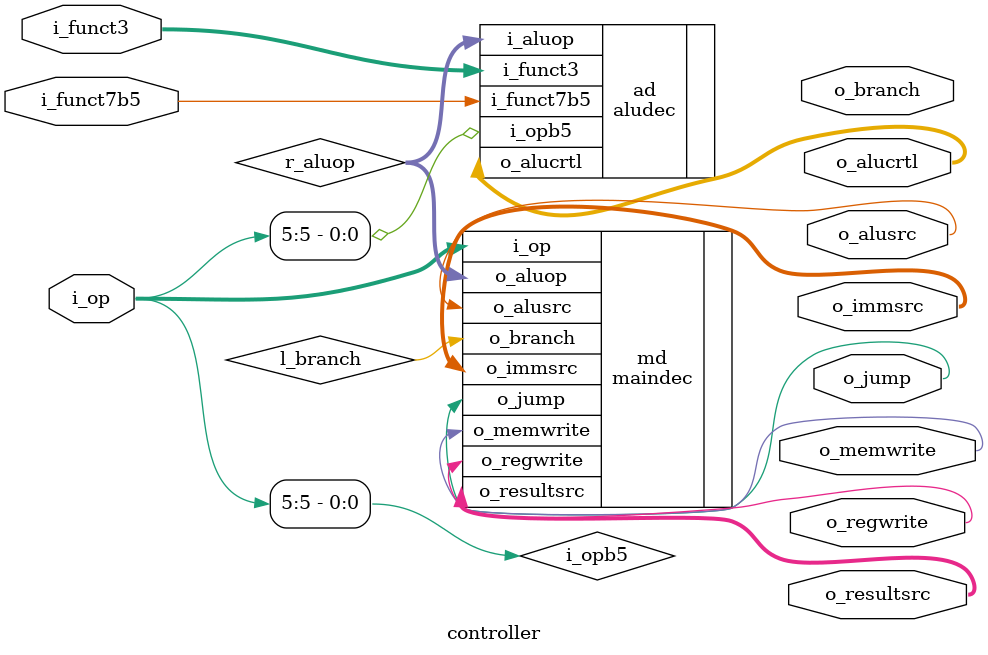
<source format=sv>
/**
  PBL3 - RISC-V Single Cycle Processor
  Controller Module
 
  File name: controller.sv
 
  Objective:
     Implements the main control unit and ALU control logic for a RISC-V processor.
     Generates all control signals based on the instruction opcode and funct fields.
 
  Description:
     - Decodes RISC-V instructions to produce control signals
     - Uses a main decoder for primary control signals
     - Uses an ALU decoder for ALU operation control
     - Combines branch and zero conditions for PC source control
 
  Functional Diagram:
 
                   +----------------------------+
                   |        CONTROLLER          |
                   |                            |
  i_op[6:0]    --->|  +----------+ +---------+  |
  i_funct3[2:0]--->|  |  maindec | |  Aludec |  |---> o_alucrtl[2:0]
  i_funct7b5   --->|  +----------+ +---------+  |---> o_resultsrc[1:0]
  i_zero       --->|                            |---> o_immsrc[1:0]
                   |                            |---> o_memwrite
                   |                            |---> o_pcsrc
                   |                            |---> o_alusrc
                   |                            |---> o_regwrite
                   |                            |---> o_jump
                   +----------------------------+

    Inputs:
        input logic [6:0] i_op,             - 7-bit opcode field from instruction
        input logic [2:0] i_funct3,         - 3-bit funct3 field from instruction
        input logic       i_funct7b5,       - funct7 bit 5 (for R-type instructions)
        input logic       i_zero,           - Zero flag from ALU (for branch instructions)
    
    Outputs:
        output logic [2:0] o_alucrtl,       - 3-bit ALU control signal
        output logic [1:0] o_resultsrc,     - Result multiplexer select (for writeback)
        output logic [1:0] o_immsrc,        - Immediate format select
        output logic       o_memwrite,      - Data memory write enable
        output logic       o_pcsrc,         - PC source select (branch/jump)
        output logic       o_alusrc,        - ALU source select (reg/immediate)
        output logic       o_regwrite,      - Register file write enable
        output logic       o_jump           - Jump instruction flag
 */

//----------------------------------------------------------------------------- 
//  Controller Module
//-----------------------------------------------------------------------------
`timescale 1ns / 1ps  // Set simulation time unit to 1ns, precision to 1ps
module controller(
    // Inputs
    input logic [6:0] i_op,             // 7-bit opcode field from instruction
    input logic [2:0] i_funct3,         // 3-bit funct3 field from instruction
    input logic       i_funct7b5,       // funct7 bit 5 (for R-type instructions)
//  input logic       i_zero,           // Zero flag from ALU (for branch instructions)
    
    // Outputs
    output logic [2:0] o_alucrtl,       // 3-bit ALU control signal
    output logic [1:0] o_resultsrc,     // Result multiplexer select (for writeback)
    output logic [1:0] o_immsrc,        // Immediate format select
    output logic       o_memwrite,      // Data memory write enable
    //output logic       o_pcsrc,         // PC source select (branch/jump)
    output logic       o_alusrc,        // ALU source select (reg/immediate)
    output logic       o_regwrite,      // Register file write enable
    output logic       o_jump,          // Jump instruction flag
    output logic       o_branch      
);
    
    // Local signals/variables
    logic [1:0] r_aluop;                // ALU operation type from main decoder
    logic       l_branch;               // Branch instruction flag
    logic       i_opb5;                 // Opcode bit 5 (used for ALU decoding)

    // Main decoder instance
    maindec md (
        .i_op           (i_op),         // Instruction opcode
        .o_resultsrc    (o_resultsrc),  // Result source
        .o_memwrite     (o_memwrite),   // Memory write enable
        .o_branch       (l_branch),     // Branch instruction
        .o_alusrc       (o_alusrc),     // ALU source select
        .o_regwrite     (o_regwrite),   // Register write enable
        .o_jump         (o_jump),       // Jump instruction
        .o_immsrc       (o_immsrc),     // Immediate format
        .o_aluop        (r_aluop)       // ALU operation type
    );

    // ALU decoder instance
    aludec ad(
        .i_opb5     (i_opb5),           // Opcode bit 5
        .i_funct3   (i_funct3),         // funct3 field
        .i_funct7b5 (i_funct7b5),       // funct7 bit 5
        .i_aluop    (r_aluop),          // ALU operation type
        .o_alucrtl  (o_alucrtl)         // ALU control output
    );

    // Extract opcode bit 5
    assign i_opb5 = i_op[5];

    // PC source logic: branch & zero (for beq) OR jump (for jal)
    // assign o_pcsrc = l_branch & i_zero | o_jump; somente no EXECUTE

endmodule
</source>
